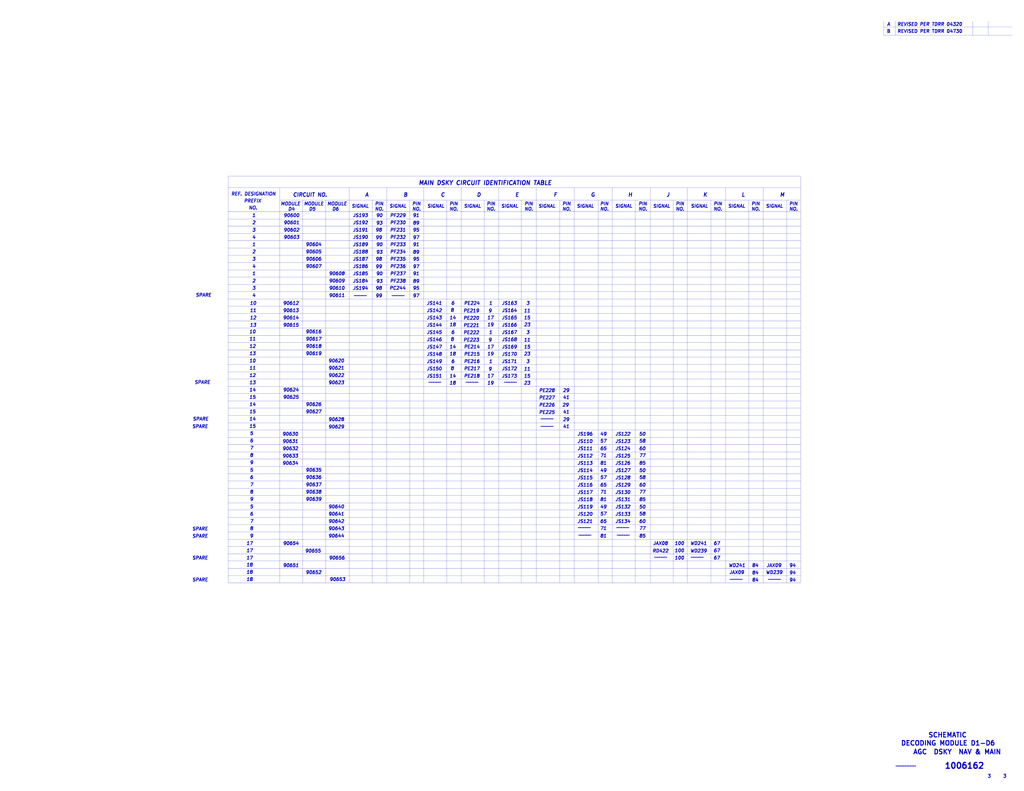
<source format=kicad_sch>
(kicad_sch (version 20211123) (generator eeschema)
  (paper "E")
  (lib_symbols)
  (polyline (pts (xy 248.92 421.9448) (xy 873.76 421.9448)) (stroke (width 0) (type solid)))
  (polyline (pts (xy 652.78 218.44) (xy 652.78 636.27)) (stroke (width 0) (type solid)))
  (polyline (pts (xy 248.92 636.6002) (xy 873.76 636.6002)) (stroke (width 0) (type solid)))
  (polyline (pts (xy 248.92 596.8492) (xy 873.76 596.8492)) (stroke (width 0) (type solid)))
  (polyline (pts (xy 964.311 38.481) (xy 1104.9 38.481)) (stroke (width 0) (type solid)))
  (polyline (pts (xy 248.92 461.6958) (xy 873.76 461.6958)) (stroke (width 0) (type solid)))
  (polyline (pts (xy 873.76 192.405) (xy 873.76 636.27)) (stroke (width 0) (type solid)))
  (polyline (pts (xy 248.92 294.7416) (xy 873.76 294.7416)) (stroke (width 0) (type solid)))
  (polyline (pts (xy 248.92 374.2436) (xy 873.76 374.2436)) (stroke (width 0) (type solid)))
  (polyline (pts (xy 1061.72 23.114) (xy 1061.72 38.481)) (stroke (width 0) (type solid)))
  (polyline (pts (xy 462.28 205.105) (xy 462.28 636.27)) (stroke (width 0) (type solid)))
  (polyline (pts (xy 248.92 437.8452) (xy 873.76 437.8452)) (stroke (width 0) (type solid)))
  (polyline (pts (xy 248.92 286.7914) (xy 873.76 286.7914)) (stroke (width 0) (type solid)))
  (polyline (pts (xy 817.245 218.44) (xy 817.245 636.27)) (stroke (width 0) (type solid)))
  (polyline (pts (xy 248.92 270.891) (xy 873.76 270.891)) (stroke (width 0) (type solid)))
  (polyline (pts (xy 487.68 218.44) (xy 487.68 636.27)) (stroke (width 0) (type solid)))
  (polyline (pts (xy 248.92 612.7496) (xy 873.76 612.7496)) (stroke (width 0) (type solid)))
  (polyline (pts (xy 248.92 429.895) (xy 873.76 429.895)) (stroke (width 0) (type solid)))
  (polyline (pts (xy 964.311 23.114) (xy 964.311 38.481)) (stroke (width 0) (type solid)))
  (polyline (pts (xy 248.92 262.9408) (xy 873.76 262.9408)) (stroke (width 0) (type solid)))
  (polyline (pts (xy 330.2 218.44) (xy 330.2 636.27)) (stroke (width 0) (type solid)))
  (polyline (pts (xy 248.92 318.5922) (xy 873.76 318.5922)) (stroke (width 0) (type solid)))
  (polyline (pts (xy 791.845 205.105) (xy 791.845 636.27)) (stroke (width 0) (type solid)))
  (polyline (pts (xy 693.42 218.44) (xy 693.42 636.27)) (stroke (width 0) (type solid)))
  (polyline (pts (xy 248.92 604.7994) (xy 873.76 604.7994)) (stroke (width 0) (type solid)))
  (polyline (pts (xy 248.92 525.2974) (xy 873.76 525.2974)) (stroke (width 0) (type solid)))
  (polyline (pts (xy 447.04 218.44) (xy 447.04 636.27)) (stroke (width 0) (type solid)))
  (polyline (pts (xy 248.92 541.1978) (xy 873.76 541.1978)) (stroke (width 0) (type solid)))
  (polyline (pts (xy 833.12 205.105) (xy 833.12 636.27)) (stroke (width 0) (type solid)))
  (polyline (pts (xy 248.92 398.0942) (xy 873.76 398.0942)) (stroke (width 0) (type solid)))
  (polyline (pts (xy 248.92 310.642) (xy 873.76 310.642)) (stroke (width 0) (type solid)))
  (polyline (pts (xy 248.92 192.405) (xy 873.76 192.405)) (stroke (width 0) (type solid)))
  (polyline (pts (xy 248.92 485.5464) (xy 873.76 485.5464)) (stroke (width 0) (type solid)))
  (polyline (pts (xy 248.92 205.105) (xy 873.76 205.105)) (stroke (width 0) (type solid)))
  (polyline (pts (xy 858.52 218.44) (xy 858.52 636.27)) (stroke (width 0) (type solid)))
  (polyline (pts (xy 248.92 628.65) (xy 873.76 628.65)) (stroke (width 0) (type solid)))
  (polyline (pts (xy 248.92 350.393) (xy 873.76 350.393)) (stroke (width 0) (type solid)))
  (polyline (pts (xy 544.195 205.105) (xy 544.195 636.27)) (stroke (width 0) (type solid)))
  (polyline (pts (xy 305.435 218.44) (xy 873.76 218.44)) (stroke (width 0) (type solid)))
  (polyline (pts (xy 568.96 218.44) (xy 568.96 636.27)) (stroke (width 0) (type solid)))
  (polyline (pts (xy 248.92 358.3432) (xy 873.76 358.3432)) (stroke (width 0) (type solid)))
  (polyline (pts (xy 709.93 205.105) (xy 709.93 636.27)) (stroke (width 0) (type solid)))
  (polyline (pts (xy 248.92 231.14) (xy 873.76 231.14)) (stroke (width 0) (type solid)))
  (polyline (pts (xy 248.92 406.0444) (xy 873.76 406.0444)) (stroke (width 0) (type solid)))
  (polyline (pts (xy 248.92 493.4966) (xy 873.76 493.4966)) (stroke (width 0) (type solid)))
  (polyline (pts (xy 248.92 477.5962) (xy 873.76 477.5962)) (stroke (width 0) (type solid)))
  (polyline (pts (xy 248.92 453.7456) (xy 873.76 453.7456)) (stroke (width 0) (type solid)))
  (polyline (pts (xy 1078.611 23.114) (xy 1078.611 38.481)) (stroke (width 0) (type solid)))
  (polyline (pts (xy 964.311 29.464) (xy 1104.9 29.464)) (stroke (width 0) (type solid)))
  (polyline (pts (xy 248.92 326.5424) (xy 873.76 326.5424)) (stroke (width 0) (type solid)))
  (polyline (pts (xy 248.92 342.4428) (xy 873.76 342.4428)) (stroke (width 0) (type solid)))
  (polyline (pts (xy 626.745 205.105) (xy 626.745 636.27)) (stroke (width 0) (type solid)))
  (polyline (pts (xy 248.92 501.4468) (xy 873.76 501.4468)) (stroke (width 0) (type solid)))
  (polyline (pts (xy 248.92 413.9946) (xy 873.76 413.9946)) (stroke (width 0) (type solid)))
  (polyline (pts (xy 977.011 23.114) (xy 977.011 38.481)) (stroke (width 0) (type solid)))
  (polyline (pts (xy 248.92 247.0404) (xy 873.76 247.0404)) (stroke (width 0) (type solid)))
  (polyline (pts (xy 248.92 517.3472) (xy 873.76 517.3472)) (stroke (width 0) (type solid)))
  (polyline (pts (xy 248.92 565.0484) (xy 873.76 565.0484)) (stroke (width 0) (type solid)))
  (polyline (pts (xy 248.92 469.646) (xy 873.76 469.646)) (stroke (width 0) (type solid)))
  (polyline (pts (xy 775.97 218.44) (xy 775.97 636.27)) (stroke (width 0) (type solid)))
  (polyline (pts (xy 305.435 205.105) (xy 305.435 636.27)) (stroke (width 0) (type solid)))
  (polyline (pts (xy 503.555 205.105) (xy 503.555 636.27)) (stroke (width 0) (type solid)))
  (polyline (pts (xy 248.92 334.4926) (xy 873.76 334.4926)) (stroke (width 0) (type solid)))
  (polyline (pts (xy 355.6 218.44) (xy 355.6 636.27)) (stroke (width 0) (type solid)))
  (polyline (pts (xy 585.47 205.105) (xy 585.47 636.27)) (stroke (width 0) (type solid)))
  (polyline (pts (xy 528.32 218.44) (xy 528.32 636.27)) (stroke (width 0) (type solid)))
  (polyline (pts (xy 248.92 557.0982) (xy 873.76 557.0982)) (stroke (width 0) (type solid)))
  (polyline (pts (xy 248.92 192.405) (xy 248.92 636.27)) (stroke (width 0) (type solid)))
  (polyline (pts (xy 248.92 588.899) (xy 873.76 588.899)) (stroke (width 0) (type solid)))
  (polyline (pts (xy 406.4 218.44) (xy 406.4 636.27)) (stroke (width 0) (type solid)))
  (polyline (pts (xy 248.92 382.1938) (xy 873.76 382.1938)) (stroke (width 0) (type solid)))
  (polyline (pts (xy 749.935 205.105) (xy 749.935 636.27)) (stroke (width 0) (type solid)))
  (polyline (pts (xy 248.92 390.144) (xy 873.76 390.144)) (stroke (width 0) (type solid)))
  (polyline (pts (xy 248.92 254.9906) (xy 873.76 254.9906)) (stroke (width 0) (type solid)))
  (polyline (pts (xy 248.92 302.6918) (xy 873.76 302.6918)) (stroke (width 0) (type solid)))
  (polyline (pts (xy 668.02 205.105) (xy 668.02 636.27)) (stroke (width 0) (type solid)))
  (polyline (pts (xy 734.695 218.44) (xy 734.695 636.27)) (stroke (width 0) (type solid)))
  (polyline (pts (xy 248.92 278.8412) (xy 873.76 278.8412)) (stroke (width 0) (type solid)))
  (polyline (pts (xy 248.92 239.0902) (xy 873.76 239.0902)) (stroke (width 0) (type solid)))
  (polyline (pts (xy 248.92 549.148) (xy 873.76 549.148)) (stroke (width 0) (type solid)))
  (polyline (pts (xy 381 205.105) (xy 381 636.27)) (stroke (width 0) (type solid)))
  (polyline (pts (xy 248.92 572.9986) (xy 873.76 572.9986)) (stroke (width 0) (type solid)))
  (polyline (pts (xy 422.275 205.105) (xy 422.275 636.27)) (stroke (width 0) (type solid)))
  (polyline (pts (xy 610.87 218.44) (xy 610.87 636.27)) (stroke (width 0) (type solid)))
  (polyline (pts (xy 248.92 509.397) (xy 873.76 509.397)) (stroke (width 0) (type solid)))
  (polyline (pts (xy 248.92 580.9488) (xy 873.76 580.9488)) (stroke (width 0) (type solid)))
  (polyline (pts (xy 248.92 533.2476) (xy 873.76 533.2476)) (stroke (width 0) (type solid)))
  (polyline (pts (xy 248.92 445.7954) (xy 873.76 445.7954)) (stroke (width 0) (type solid)))
  (polyline (pts (xy 248.92 366.2934) (xy 873.76 366.2934)) (stroke (width 0) (type solid)))
  (polyline (pts (xy 248.92 620.6998) (xy 873.76 620.6998)) (stroke (width 0) (type solid)))
  (text "PE227" (at 588.01 436.5752 0) (effects (font (size 3.556 3.556) (thickness 0.7112) bold italic) (justify left bottom)))
  (text "F" (at 603.885 215.265 0) (effects (font (size 4.064 4.064) (thickness 0.8128) bold italic) (justify left bottom)))
  (text "MAIN DSKY CIRCUIT IDENTIFICATION TABLE" (at 456.565 202.565 0) (effects (font (size 4.572 4.572) (thickness 0.9144) bold italic) (justify left bottom)))
  (text "17" (at 268.605 611.5304 0) (effects (font (size 3.556 3.556) (thickness 0.7112) bold italic) (justify left bottom)))
  (text "_____" (at 427.355 323.215 0) (effects (font (size 3.556 3.556) (thickness 0.7112) bold italic) (justify left bottom)))
  (text "10" (at 271.78 364.49 0) (effects (font (size 3.556 3.556) (thickness 0.7112) bold italic) (justify left bottom)))
  (text "9" (at 532.765 341.63 0) (effects (font (size 3.556 3.556) (thickness 0.7112) bold italic) (justify left bottom)))
  (text "90651" (at 308.61 619.76 0) (effects (font (size 3.556 3.556) (thickness 0.7112) bold italic) (justify left bottom)))
  (text "99" (at 409.575 293.4208 0) (effects (font (size 3.556 3.556) (thickness 0.7112) bold italic) (justify left bottom)))
  (text "RD422" (at 711.835 603.885 0) (effects (font (size 3.556 3.556) (thickness 0.7112) bold italic) (justify left bottom)))
  (text "6" (at 272.415 483.5652 0) (effects (font (size 3.556 3.556) (thickness 0.7112) bold italic) (justify left bottom)))
  (text "5" (at 272.415 475.615 0) (effects (font (size 3.556 3.556) (thickness 0.7112) bold italic) (justify left bottom)))
  (text "90601" (at 309.245 245.4402 0) (effects (font (size 3.556 3.556) (thickness 0.7112) bold italic) (justify left bottom)))
  (text "JS172" (at 547.37 404.9268 0) (effects (font (size 3.556 3.556) (thickness 0.7112) bold italic) (justify left bottom)))
  (text "18" (at 268.605 635.0254 0) (effects (font (size 3.556 3.556) (thickness 0.7112) bold italic) (justify left bottom)))
  (text "JS110" (at 629.92 484.2002 0) (effects (font (size 3.556 3.556) (thickness 0.7112) bold italic) (justify left bottom)))
  (text "JS113" (at 629.92 508.0508 0) (effects (font (size 3.556 3.556) (thickness 0.7112) bold italic) (justify left bottom)))
  (text "A" (at 398.145 215.265 0) (effects (font (size 4.064 4.064) (thickness 0.8128) bold italic) (justify left bottom)))
  (text "65" (at 654.685 571.627 0) (effects (font (size 3.556 3.556) (thickness 0.7112) bold italic) (justify left bottom)))
  (text "_____" (at 589.915 457.835 0) (effects (font (size 3.556 3.556) (thickness 0.7112) bold italic) (justify left bottom)))
  (text "JS121" (at 629.92 571.6524 0) (effects (font (size 3.556 3.556) (thickness 0.7112) bold italic) (justify left bottom)))
  (text "MODULE\n  D6" (at 356.87 230.505 0) (effects (font (size 3.556 3.556) (thickness 0.7112) bold italic) (justify left bottom)))
  (text "SPARE" (at 212.09 419.735 0) (effects (font (size 3.556 3.556) (thickness 0.7112) bold italic) (justify left bottom)))
  (text "41" (at 614.045 452.1454 0) (effects (font (size 3.556 3.556) (thickness 0.7112) bold italic) (justify left bottom)))
  (text "94" (at 861.06 627.7102 0) (effects (font (size 3.556 3.556) (thickness 0.7112) bold italic) (justify left bottom)))
  (text "JS167" (at 547.37 365.1758 0) (effects (font (size 3.556 3.556) (thickness 0.7112) bold italic) (justify left bottom)))
  (text "SIGNAL" (at 587.375 227.33 0) (effects (font (size 3.556 3.556) (thickness 0.7112) bold italic) (justify left bottom)))
  (text "90636" (at 333.375 523.5702 0) (effects (font (size 3.556 3.556) (thickness 0.7112) bold italic) (justify left bottom)))
  (text "81" (at 654.685 547.751 0) (effects (font (size 3.556 3.556) (thickness 0.7112) bold italic) (justify left bottom)))
  (text "3" (at 574.04 396.9766 0) (effects (font (size 3.556 3.556) (thickness 0.7112) bold italic) (justify left bottom)))
  (text "JS111" (at 629.92 492.1504 0) (effects (font (size 3.556 3.556) (thickness 0.7112) bold italic) (justify left bottom)))
  (text "JS124" (at 671.195 492.1504 0) (effects (font (size 3.556 3.556) (thickness 0.7112) bold italic) (justify left bottom)))
  (text "JS114" (at 629.92 516.001 0) (effects (font (size 3.556 3.556) (thickness 0.7112) bold italic) (justify left bottom)))
  (text "JS129" (at 671.195 531.9014 0) (effects (font (size 3.556 3.556) (thickness 0.7112) bold italic) (justify left bottom)))
  (text "JS123" (at 671.195 484.2002 0) (effects (font (size 3.556 3.556) (thickness 0.7112) bold italic) (justify left bottom)))
  (text "91" (at 450.215 269.2908 0) (effects (font (size 3.556 3.556) (thickness 0.7112) bold italic) (justify left bottom)))
  (text "19" (at 531.495 420.4716 0) (effects (font (size 3.556 3.556) (thickness 0.7112) bold italic) (justify left bottom)))
  (text "SIGNAL" (at 383.54 227.33 0) (effects (font (size 3.556 3.556) (thickness 0.7112) bold italic) (justify left bottom)))
  (text "JS191" (at 384.81 253.3904 0) (effects (font (size 3.556 3.556) (thickness 0.7112) bold italic) (justify left bottom)))
  (text "H" (at 685.165 215.265 0) (effects (font (size 4.064 4.064) (thickness 0.8128) bold italic) (justify left bottom)))
  (text "JS132" (at 671.195 555.752 0) (effects (font (size 3.556 3.556) (thickness 0.7112) bold italic) (justify left bottom)))
  (text "65" (at 654.685 531.876 0) (effects (font (size 3.556 3.556) (thickness 0.7112) bold italic) (justify left bottom)))
  (text "5" (at 272.415 555.625 0) (effects (font (size 3.556 3.556) (thickness 0.7112) bold italic) (justify left bottom)))
  (text "95" (at 450.215 316.9666 0) (effects (font (size 3.556 3.556) (thickness 0.7112) bold italic) (justify left bottom)))
  (text "90625" (at 308.61 435.9402 0) (effects (font (size 3.556 3.556) (thickness 0.7112) bold italic) (justify left bottom)))
  (text "1" (at 533.4 365.1758 0) (effects (font (size 3.556 3.556) (thickness 0.7112) bold italic) (justify left bottom)))
  (text "84" (at 820.42 635.6604 0) (effects (font (size 3.556 3.556) (thickness 0.7112) bold italic) (justify left bottom)))
  (text "93" (at 410.21 309.3466 0) (effects (font (size 3.556 3.556) (thickness 0.7112) bold italic) (justify left bottom)))
  (text "SIGNAL" (at 629.285 227.33 0) (effects (font (size 3.556 3.556) (thickness 0.7112) bold italic) (justify left bottom)))
  (text "29" (at 613.41 444.5 0) (effects (font (size 3.556 3.556) (thickness 0.7112) bold italic) (justify left bottom)))
  (text "JS185" (at 384.81 301.0916 0) (effects (font (size 3.556 3.556) (thickness 0.7112) bold italic) (justify left bottom)))
  (text "6" (at 272.415 563.5752 0) (effects (font (size 3.556 3.556) (thickness 0.7112) bold italic) (justify left bottom)))
  (text "97" (at 450.215 261.62 0) (effects (font (size 3.556 3.556) (thickness 0.7112) bold italic) (justify left bottom)))
  (text "15" (at 571.5 381.0508 0) (effects (font (size 3.556 3.556) (thickness 0.7112) bold italic) (justify left bottom)))
  (text "WD239" (at 753.11 603.885 0) (effects (font (size 3.556 3.556) (thickness 0.7112) bold italic) (justify left bottom)))
  (text "J" (at 727.075 215.265 0) (effects (font (size 4.064 4.064) (thickness 0.8128) bold italic) (justify left bottom)))
  (text "10" (at 272.415 333.375 0) (effects (font (size 3.556 3.556) (thickness 0.7112) bold italic) (justify left bottom)))
  (text "2" (at 274.955 277.1902 0) (effects (font (size 3.556 3.556) (thickness 0.7112) bold italic) (justify left bottom)))
  (text "_____" (at 589.915 466.09 0) (effects (font (size 3.556 3.556) (thickness 0.7112) bold italic) (justify left bottom)))
  (text "JS171" (at 547.37 396.9766 0) (effects (font (size 3.556 3.556) (thickness 0.7112) bold italic) (justify left bottom)))
  (text "90632" (at 307.975 492.1504 0) (effects (font (size 3.556 3.556) (thickness 0.7112) bold italic) (justify left bottom)))
  (text "PIN\nNO." (at 449.58 230.505 0) (effects (font (size 3.556 3.556) (thickness 0.7112) bold italic) (justify left bottom)))
  (text "9" (at 532.765 405.2316 0) (effects (font (size 3.556 3.556) (thickness 0.7112) bold italic) (justify left bottom)))
  (text "90654" (at 308.61 595.63 0) (effects (font (size 3.556 3.556) (thickness 0.7112) bold italic) (justify left bottom)))
  (text "17" (at 531.495 412.8516 0) (effects (font (size 3.556 3.556) (thickness 0.7112) bold italic) (justify left bottom)))
  (text "SPARE" (at 209.55 467.995 0) (effects (font (size 3.556 3.556) (thickness 0.7112) bold italic) (justify left bottom)))
  (text "6" (at 492.125 333.375 0) (effects (font (size 3.556 3.556) (thickness 0.7112) bold italic) (justify left bottom)))
  (text "JS144" (at 465.455 357.2256 0) (effects (font (size 3.556 3.556) (thickness 0.7112) bold italic) (justify left bottom)))
  (text "90624" (at 308.61 427.99 0) (effects (font (size 3.556 3.556) (thickness 0.7112) bold italic) (justify left bottom)))
  (text "WD239" (at 835.66 627.38 0) (effects (font (size 3.556 3.556) (thickness 0.7112) bold italic) (justify left bottom)))
  (text "JS141" (at 465.455 333.375 0) (effects (font (size 3.556 3.556) (thickness 0.7112) bold italic) (justify left bottom)))
  (text "PE218" (at 506.095 412.8008 0) (effects (font (size 3.556 3.556) (thickness 0.7112) bold italic) (justify left bottom)))
  (text "77" (at 697.23 539.496 0) (effects (font (size 3.556 3.556) (thickness 0.7112) bold italic) (justify left bottom)))
  (text "97" (at 450.215 293.4208 0) (effects (font (size 3.556 3.556) (thickness 0.7112) bold italic) (justify left bottom)))
  (text "89" (at 450.215 309.3466 0) (effects (font (size 3.556 3.556) (thickness 0.7112) bold italic) (justify left bottom)))
  (text "SPARE" (at 209.55 635.4064 0) (effects (font (size 3.556 3.556) (thickness 0.7112) bold italic) (justify left bottom)))
  (text "SIGNAL" (at 753.745 227.33 0) (effects (font (size 3.556 3.556) (thickness 0.7112) bold italic) (justify left bottom)))
  (text "PF237" (at 425.45 301.0916 0) (effects (font (size 3.556 3.556) (thickness 0.7112) bold italic) (justify left bottom)))
  (text "PF230" (at 425.45 245.4402 0) (effects (font (size 3.556 3.556) (thickness 0.7112) bold italic) (justify left bottom)))
  (text "1" (at 533.4 396.9766 0) (effects (font (size 3.556 3.556) (thickness 0.7112) bold italic) (justify left bottom)))
  (text "_____" (at 673.1 584.835 0) (effects (font (size 3.556 3.556) (thickness 0.7112) bold italic) (justify left bottom)))
  (text "14" (at 271.78 443.865 0) (effects (font (size 3.556 3.556) (thickness 0.7112) bold italic) (justify left bottom)))
  (text "84" (at 820.42 627.7102 0) (effects (font (size 3.556 3.556) (thickness 0.7112) bold italic) (justify left bottom)))
  (text "84" (at 820.42 619.76 0) (effects (font (size 3.556 3.556) (thickness 0.7112) bold italic) (justify left bottom)))
  (text "11" (at 272.415 341.3252 0) (effects (font (size 3.556 3.556) (thickness 0.7112) bold italic) (justify left bottom)))
  (text "_____" (at 630.555 576.58 0) (effects (font (size 3.556 3.556) (thickness 0.7112) bold italic) (justify left bottom)))
  (text "90640" (at 358.14 555.625 0) (effects (font (size 3.556 3.556) (thickness 0.7112) bold italic) (justify left bottom)))
  (text "57" (at 654.685 563.372 0) (effects (font (size 3.556 3.556) (thickness 0.7112) bold italic) (justify left bottom)))
  (text "JS149" (at 465.455 396.9766 0) (effects (font (size 3.556 3.556) (thickness 0.7112) bold italic) (justify left bottom)))
  (text "MODULE\n   D4" (at 306.07 230.505 0) (effects (font (size 3.556 3.556) (thickness 0.7112) bold italic) (justify left bottom)))
  (text "89" (at 450.215 245.745 0) (effects (font (size 3.556 3.556) (thickness 0.7112) bold italic) (justify left bottom)))
  (text "JS117" (at 629.92 539.8516 0) (effects (font (size 3.556 3.556) (thickness 0.7112) bold italic) (justify left bottom)))
  (text "11" (at 571.5 405.2316 0) (effects (font (size 3.556 3.556) (thickness 0.7112) bold italic) (justify left bottom)))
  (text "57" (at 654.685 523.621 0) (effects (font (size 3.556 3.556) (thickness 0.7112) bold italic) (justify left bottom)))
  (text "PIN\nNO." (at 572.135 230.505 0) (effects (font (size 3.556 3.556) (thickness 0.7112) bold italic) (justify left bottom)))
  (text "9" (at 272.415 547.4208 0) (effects (font (size 3.556 3.556) (thickness 0.7112) bold italic) (justify left bottom)))
  (text "JS142" (at 465.455 341.3252 0) (effects (font (size 3.556 3.556) (thickness 0.7112) bold italic) (justify left bottom)))
  (text "PE224" (at 506.095 333.375 0) (effects (font (size 3.556 3.556) (thickness 0.7112) bold italic) (justify left bottom)))
  (text "90613" (at 308.61 341.3252 0) (effects (font (size 3.556 3.556) (thickness 0.7112) bold italic) (justify left bottom)))
  (text "90634" (at 307.975 508.0508 0) (effects (font (size 3.556 3.556) (thickness 0.7112) bold italic) (justify left bottom)))
  (text "JS164" (at 547.37 341.3252 0) (effects (font (size 3.556 3.556) (thickness 0.7112) bold italic) (justify left bottom)))
  (text "94" (at 861.06 635.6604 0) (effects (font (size 3.556 3.556) (thickness 0.7112) bold italic) (justify left bottom)))
  (text "_____" (at 713.74 608.965 0) (effects (font (size 3.556 3.556) (thickness 0.7112) bold italic) (justify left bottom)))
  (text "JS112" (at 629.92 500.1006 0) (effects (font (size 3.556 3.556) (thickness 0.7112) bold italic) (justify left bottom)))
  (text "PE215" (at 506.095 388.9502 0) (effects (font (size 3.556 3.556) (thickness 0.7112) bold italic) (justify left bottom)))
  (text "PF234" (at 425.45 277.241 0) (effects (font (size 3.556 3.556) (thickness 0.7112) bold italic) (justify left bottom)))
  (text "90612" (at 308.61 333.375 0) (effects (font (size 3.556 3.556) (thickness 0.7112) bold italic) (justify left bottom)))
  (text "JAX09" (at 836.295 619.76 0) (effects (font (size 3.556 3.556) (thickness 0.7112) bold italic) (justify left bottom)))
  (text "PF235" (at 425.45 285.1912 0) (effects (font (size 3.556 3.556) (thickness 0.7112) bold italic) (justify left bottom)))
  (text "95" (at 450.215 285.1658 0) (effects (font (size 3.556 3.556) (thickness 0.7112) bold italic) (justify left bottom)))
  (text "JAX09" (at 795.655 627.38 0) (effects (font (size 3.556 3.556) (thickness 0.7112) bold italic) (justify left bottom)))
  (text "90655" (at 332.74 603.885 0) (effects (font (size 3.556 3.556) (thickness 0.7112) bold italic) (justify left bottom)))
  (text "JS150" (at 465.455 404.9268 0) (effects (font (size 3.556 3.556) (thickness 0.7112) bold italic) (justify left bottom)))
  (text "_____" (at 796.29 633.095 0) (effects (font (size 3.556 3.556) (thickness 0.7112) bold italic) (justify left bottom)))
  (text "JS165" (at 547.37 349.2754 0) (effects (font (size 3.556 3.556) (thickness 0.7112) bold italic) (justify left bottom)))
  (text "90630" (at 307.975 476.25 0) (effects (font (size 3.556 3.556) (thickness 0.7112) bold italic) (justify left bottom)))
  (text "15" (at 271.78 435.991 0) (effects (font (size 3.556 3.556) (thickness 0.7112) bold italic) (justify left bottom)))
  (text "JS118" (at 629.92 547.8018 0) (effects (font (size 3.556 3.556) (thickness 0.7112) bold italic) (justify left bottom)))
  (text "_____" (at 631.19 584.835 0) (effects (font (size 3.556 3.556) (thickness 0.7112) bold italic) (justify left bottom)))
  (text "90614" (at 308.61 349.2754 0) (effects (font (size 3.556 3.556) (thickness 0.7112) bold italic) (justify left bottom)))
  (text "PIN\nNO." (at 696.595 230.505 0) (effects (font (size 3.556 3.556) (thickness 0.7112) bold italic) (justify left bottom)))
  (text "JS168" (at 547.37 373.126 0) (effects (font (size 3.556 3.556) (thickness 0.7112) bold italic) (justify left bottom)))
  (text "JS130" (at 671.195 539.8516 0) (effects (font (size 3.556 3.556) (thickness 0.7112) bold italic) (justify left bottom)))
  (text "90615" (at 308.61 357.2256 0) (effects (font (size 3.556 3.556) (thickness 0.7112) bold italic) (justify left bottom)))
  (text "JS166" (at 547.37 357.2256 0) (effects (font (size 3.556 3.556) (thickness 0.7112) bold italic) (justify left bottom)))
  (text "10" (at 271.78 396.24 0) (effects (font (size 3.556 3.556) (thickness 0.7112) bold italic) (justify left bottom)))
  (text "JS148" (at 465.455 389.0264 0) (effects (font (size 3.556 3.556) (thickness 0.7112) bold italic) (justify left bottom)))
  (text "1006162" (at 1030.605 840.105 0) (effects (font (size 6.35 6.35) (thickness 1.27) bold) (justify left bottom)))
  (text "8" (at 491.49 372.7958 0) (effects (font (size 3.556 3.556) (thickness 0.7112) bold italic) (justify left bottom)))
  (text "JS188" (at 384.81 277.241 0) (effects (font (size 3.556 3.556) (thickness 0.7112) bold italic) (justify left bottom)))
  (text "JS173" (at 547.37 412.877 0) (effects (font (size 3.556 3.556) (thickness 0.7112) bold italic) (justify left bottom)))
  (text "SIGNAL" (at 506.095 227.33 0) (effects (font (size 3.556 3.556) (thickness 0.7112) bold italic) (justify left bottom)))
  (text "SIGNAL" (at 835.66 227.33 0) (effects (font (size 3.556 3.556) (thickness 0.7112) bold italic) (justify left bottom)))
  (text "4" (at 274.955 261.3406 0) (effects (font (size 3.556 3.556) (thickness 0.7112) bold italic) (justify left bottom)))
  (text "98" (at 409.575 316.9666 0) (effects (font (size 3.556 3.556) (thickness 0.7112) bold italic) (justify left bottom)))
  (text "PIN\nNO." (at 861.06 230.505 0) (effects (font (size 3.556 3.556) (thickness 0.7112) bold italic) (justify left bottom)))
  (text "15" (at 271.78 467.6902 0) (effects (font (size 3.556 3.556) (thickness 0.7112) bold italic) (justify left bottom)))
  (text "57" (at 654.685 483.87 0) (effects (font (size 3.556 3.556) (thickness 0.7112) bold italic) (justify left bottom)))
  (text "100" (at 735.965 603.5802 0) (effects (font (size 3.556 3.556) (thickness 0.7112) bold italic) (justify left bottom)))
  (text "JS187" (at 384.81 285.1912 0) (effects (font (size 3.556 3.556) (thickness 0.7112) bold italic) (justify left bottom)))
  (text "JS169" (at 547.37 381.0762 0) (effects (font (size 3.556 3.556) (thickness 0.7112) bold italic) (justify left bottom)))
  (text "90652" (at 333.375 627.38 0) (effects (font (size 3.556 3.556) (thickness 0.7112) bold italic) (justify left bottom)))
  (text "JS134" (at 671.195 571.6524 0) (effects (font (size 3.556 3.556) (thickness 0.7112) bold italic) (justify left bottom)))
  (text "K" (at 767.08 215.265 0) (effects (font (size 4.064 4.064) (thickness 0.8128) bold italic) (justify left bottom)))
  (text "90631" (at 307.975 484.2002 0) (effects (font (size 3.556 3.556) (thickness 0.7112) bold italic) (justify left bottom)))
  (text "4" (at 274.955 293.0906 0) (effects (font (size 3.556 3.556) (thickness 0.7112) bold italic) (justify left bottom)))
  (text "REF. DESIGNATION" (at 252.095 213.995 0) (effects (font (size 3.556 3.556) (thickness 0.7112) bold italic) (justify left bottom)))
  (text "PE221" (at 505.46 357.5304 0) (effects (font (size 3.556 3.556) (thickness 0.7112) bold italic) (justify left bottom)))
  (text "93" (at 410.21 245.745 0) (effects (font (size 3.556 3.556) (thickness 0.7112) bold italic) (justify left bottom)))
  (text "PE225" (at 588.01 452.4756 0) (effects (font (size 3.556 3.556) (thickness 0.7112) bold italic) (justify left bottom)))
  (text "_____" (at 386.08 323.215 0) (effects (font (size 3.556 3.556) (thickness 0.7112) bold italic) (justify left bottom)))
  (text "JS184" (at 384.81 309.0418 0) (effects (font (size 3.556 3.556) (thickness 0.7112) bold italic) (justify left bottom)))
  (text "90603" (at 309.245 261.3406 0) (effects (font (size 3.556 3.556) (thickness 0.7112) bold italic) (justify left bottom)))
  (text "89" (at 450.215 277.5458 0) (effects (font (size 3.556 3.556) (thickness 0.7112) bold italic) (justify left bottom)))
  (text "23" (at 571.5 420.4716 0) (effects (font (size 3.556 3.556) (thickness 0.7112) bold italic) (justify left bottom)))
  (text "8" (at 272.415 579.4756 0) (effects (font (size 3.556 3.556) (thickness 0.7112) bold italic) (justify left bottom)))
  (text "B   REVISED PER TDRR 04730" (at 967.613 36.322 0) (effects (font (size 3.556 3.556) (thickness 0.7112) bold) (justify left bottom)))
  (text "11" (at 571.5 373.4308 0) (effects (font (size 3.556 3.556) (thickness 0.7112) bold italic) (justify left bottom)))
  (text "81" (at 654.685 587.502 0) (effects (font (size 3.556 3.556) (thickness 0.7112) bold italic) (justify left bottom)))
  (text "SPARE" (at 209.55 611.5558 0) (effects (font (size 3.556 3.556) (thickness 0.7112) bold italic) (justify left bottom)))
  (text "JS125" (at 671.195 500.1006 0) (effects (font (size 3.556 3.556) (thickness 0.7112) bold italic) (justify left bottom)))
  (text "99" (at 409.575 325.2216 0) (effects (font (size 3.556 3.556) (thickness 0.7112) bold italic) (justify left bottom)))
  (text "90605" (at 333.375 277.1902 0) (effects (font (size 3.556 3.556) (thickness 0.7112) bold italic) (justify left bottom)))
  (text "90619" (at 333.375 388.3406 0) (effects (font (size 3.556 3.556) (thickness 0.7112) bold italic) (justify left bottom)))
  (text "71" (at 654.685 579.247 0) (effects (font (size 3.556 3.556) (thickness 0.7112) bold italic) (justify left bottom)))
  (text "PIN\nNO." (at 737.235 230.505 0) (effects (font (size 3.556 3.556) (thickness 0.7112) bold italic) (justify left bottom)))
  (text "41" (at 614.045 436.245 0) (effects (font (size 3.556 3.556) (thickness 0.7112) bold italic) (justify left bottom)))
  (text "60" (at 697.23 492.125 0) (effects (font (size 3.556 3.556) (thickness 0.7112) bold italic) (justify left bottom)))
  (text "PF236" (at 425.45 293.1414 0) (effects (font (size 3.556 3.556) (thickness 0.7112) bold italic) (justify left bottom)))
  (text "90623" (at 358.14 420.0906 0) (effects (font (size 3.556 3.556) (thickness 0.7112) bold italic) (justify left bottom)))
  (text "3" (at 274.955 316.8904 0) (effects (font (size 3.556 3.556) (thickness 0.7112) bold italic) (justify left bottom)))
  (text "90642" (at 358.14 571.5254 0) (effects (font (size 3.556 3.556) (thickness 0.7112) bold italic) (justify left bottom)))
  (text "50" (at 697.23 476.25 0) (effects (font (size 3.556 3.556) (thickness 0.7112) bold italic) (justify left bottom)))
  (text "90607" (at 333.375 293.0906 0) (effects (font (size 3.556 3.556) (thickness 0.7112) bold italic) (justify left bottom)))
  (text "JS147" (at 465.455 381.0762 0) (effects (font (size 3.556 3.556) (thickness 0.7112) bold italic) (justify left bottom)))
  (text "6" (at 272.415 523.5702 0) (effects (font (size 3.556 3.556) (thickness 0.7112) bold italic) (justify left bottom)))
  (text "11" (at 271.78 372.4402 0) (effects (font (size 3.556 3.556) (thickness 0.7112) bold italic) (justify left bottom)))
  (text "71" (at 654.685 539.496 0) (effects (font (size 3.556 3.556) (thickness 0.7112) bold italic) (justify left bottom)))
  (text "18" (at 490.22 420.4716 0) (effects (font (size 3.556 3.556) (thickness 0.7112) bold italic) (justify left bottom)))
  (text "29" (at 614.045 460.4258 0) (effects (font (size 3.556 3.556) (thickness 0.7112) bold italic) (justify left bottom)))
  (text "67" (at 778.51 603.5802 0) (effects (font (size 3.556 3.556) (thickness 0.7112) bold italic) (justify left bottom)))
  (text "M" (at 850.9 215.265 0) (effects (font (size 4.064 4.064) (thickness 0.8128) bold italic) (justify left bottom)))
  (text "PIN\nNO." (at 408.94 230.505 0) (effects (font (size 3.556 3.556) (thickness 0.7112) bold italic) (justify left bottom)))
  (text "58" (at 697.23 563.372 0) (effects (font (size 3.556 3.556) (thickness 0.7112) bold italic) (justify left bottom)))
  (text "41" (at 614.045 468.0458 0) (effects (font (size 3.556 3.556) (thickness 0.7112) bold italic) (justify left bottom)))
  (text "SPARE" (at 209.55 579.755 0) (effects (font (size 3.556 3.556) (thickness 0.7112) bold italic) (justify left bottom)))
  (text "71" (at 654.685 499.745 0) (effects (font (size 3.556 3.556) (thickness 0.7112) bold italic) (justify left bottom)))
  (text "15" (at 571.5 349.25 0) (effects (font (size 3.556 3.556) (thickness 0.7112) bold italic) (justify left bottom)))
  (text "JAX08" (at 712.47 595.63 0) (effects (font (size 3.556 3.556) (thickness 0.7112) bold italic) (justify left bottom)))
  (text "90643" (at 358.14 579.4756 0) (effects (font (size 3.556 3.556) (thickness 0.7112) bold italic) (justify left bottom)))
  (text "JS186" (at 384.81 293.1414 0) (effects (font (size 3.556 3.556) (thickness 0.7112) bold italic) (justify left bottom)))
  (text "9" (at 272.415 587.4258 0) (effects (font (size 3.556 3.556) (thickness 0.7112) bold italic) (justify left bottom)))
  (text "100" (at 735.965 595.63 0) (effects (font (size 3.556 3.556) (thickness 0.7112) bold italic) (justify left bottom)))
  (text "98" (at 409.575 253.365 0) (effects (font (size 3.556 3.556) (thickness 0.7112) bold italic) (justify left bottom)))
  (text "90621" (at 358.14 404.1902 0) (effects (font (size 3.556 3.556) (thickness 0.7112) bold italic) (justify left bottom)))
  (text "50" (at 697.23 516.001 0) (effects (font (size 3.556 3.556) (thickness 0.7112) bold italic) (justify left bottom)))
  (text "JS163" (at 547.37 333.375 0) (effects (font (size 3.556 3.556) (thickness 0.7112) bold italic) (justify left bottom)))
  (text "MODULE\n  D5" (at 331.47 230.505 0) (effects (font (size 3.556 3.556) (thickness 0.7112) bold italic) (justify left bottom)))
  (text "D" (at 520.065 215.265 0) (effects (font (size 4.064 4.064) (thickness 0.8128) bold italic) (justify left bottom)))
  (text "18" (at 268.605 619.125 0) (effects (font (size 3.556 3.556) (thickness 0.7112) bold italic) (justify left bottom)))
  (text "95" (at 450.215 253.365 0) (effects (font (size 3.556 3.556) (thickness 0.7112) bold italic) (justify left bottom)))
  (text "12" (at 271.78 412.1404 0) (effects (font (size 3.556 3.556) (thickness 0.7112) bold italic) (justify left bottom)))
  (text "14" (at 490.22 349.25 0) (effects (font (size 3.556 3.556) (thickness 0.7112) bold italic) (justify left bottom)))
  (text "19" (at 531.495 388.6708 0) (effects (font (size 3.556 3.556) (thickness 0.7112) bold italic) (justify left bottom)))
  (text "JS196" (at 629.92 476.25 0) (effects (font (size 3.556 3.556) (thickness 0.7112) bold italic) (justify left bottom)))
  (text "90629" (at 358.14 468.3252 0) (effects (font (size 3.556 3.556) (thickness 0.7112) bold italic) (justify left bottom)))
  (text "18" (at 490.22 356.87 0) (effects (font (size 3.556 3.556) (thickness 0.7112) bold italic) (justify left bottom)))
  (text "49" (at 654.685 516.001 0) (effects (font (size 3.556 3.556) (thickness 0.7112) bold italic) (justify left bottom)))
  (text "91" (at 450.215 301.0916 0) (effects (font (size 3.556 3.556) (thickness 0.7112) bold italic) (justify left bottom)))
  (text "93" (at 410.21 277.5458 0) (effects (font (size 3.556 3.556) (thickness 0.7112) bold italic) (justify left bottom)))
  (text "B" (at 440.055 215.265 0) (effects (font (size 4.064 4.064) (thickness 0.8128) bold italic) (justify left bottom)))
  (text "90611" (at 358.775 324.8406 0) (effects (font (size 3.556 3.556) (thickness 0.7112) bold italic) (justify left bottom)))
  (text "1" (at 274.955 300.99 0) (effects (font (size 3.556 3.556) (thickness 0.7112) bold italic) (justify left bottom)))
  (text "SCHEMATIC" (at 1012.825 805.815 0) (effects (font (size 5.08 5.08) (thickness 1.016) bold) (justify left bottom)))
  (text "90627" (at 333.375 451.8152 0) (effects (font (size 3.556 3.556) (thickness 0.7112) bold italic) (justify left bottom)))
  (text "WD241" (at 795.02 619.76 0) (effects (font (size 3.556 3.556) (thickness 0.7112) bold italic) (justify left bottom)))
  (text "18" (at 268.605 627.0752 0) (effects (font (size 3.556 3.556) (thickness 0.7112) bold italic) (justify left bottom)))
  (text "7" (at 272.415 491.5154 0) (effects (font (size 3.556 3.556) (thickness 0.7112) bold italic) (justify left bottom)))
  (text "JS170" (at 547.37 389.0264 0) (effects (font (size 3.556 3.556) (thickness 0.7112) bold italic) (justify left bottom)))
  (text "9" (at 532.765 373.4308 0) (effects (font (size 3.556 3.556) (thickness 0.7112) bold italic) (justify left bottom)))
  (text "90633" (at 307.975 500.1006 0) (effects (font (size 3.556 3.556) (thickness 0.7112) bold italic) (justify left bottom)))
  (text "JS131" (at 671.195 547.8018 0) (effects (font (size 3.556 3.556) (thickness 0.7112) bold italic) (justify left bottom)))
  (text "90656" (at 358.775 611.505 0) (effects (font (size 3.556 3.556) (thickness 0.7112) bold italic) (justify left bottom)))
  (text "PE228" (at 588.01 428.625 0) (effects (font (size 3.556 3.556) (thickness 0.7112) bold italic) (justify left bottom)))
  (text "90608" (at 358.775 300.99 0) (effects (font (size 3.556 3.556) (thickness 0.7112) bold italic) (justify left bottom)))
  (text "90637" (at 333.375 531.5204 0) (effects (font (size 3.556 3.556) (thickness 0.7112) bold italic) (justify left bottom)))
  (text "90622" (at 358.14 412.1404 0) (effects (font (size 3.556 3.556) (thickness 0.7112) bold italic) (justify left bottom)))
  (text "12" (at 271.78 380.3904 0) (effects (font (size 3.556 3.556) (thickness 0.7112) bold italic) (justify left bottom)))
  (text "90604" (at 333.375 269.24 0) (effects (font (size 3.556 3.556) (thickness 0.7112) bold italic) (justify left bottom)))
  (text "2" (at 274.955 308.9402 0) (effects (font (size 3.556 3.556) (thickness 0.7112) bold italic) (justify left bottom)))
  (text "17" (at 531.495 349.25 0) (effects (font (size 3.556 3.556) (thickness 0.7112) bold italic) (justify left bottom)))
  (text "JS151" (at 465.455 412.877 0) (effects (font (size 3.556 3.556) (thickness 0.7112) bold italic) (justify left bottom)))
  (text "1" (at 274.955 269.24 0) (effects (font (size 3.556 3.556) (thickness 0.7112) bold italic) (justify left bottom)))
  (text "8" (at 491.49 404.5966 0) (effects (font (size 3.556 3.556) (thickness 0.7112) bold italic) (justify left bottom)))
  (text "6" (at 492.125 365.1758 0) (effects (font (size 3.556 3.556) (thickness 0.7112) bold italic) (justify left bottom)))
  (text "12" (at 272.415 349.2754 0) (effects (font (size 3.556 3.556) (thickness 0.7112) bold italic) (justify left bottom)))
  (text "PIN\nNO." (at 490.22 230.505 0) (effects (font (size 3.556 3.556) (thickness 0.7112) bold italic) (justify left bottom)))
  (text "17" (at 268.605 595.63 0) (effects (font (size 3.556 3.556) (thickness 0.7112) bold italic) (justify left bottom)))
  (text "PREFIX" (at 266.065 221.615 0) (effects (font (size 3.556 3.556) (thickness 0.7112) bold italic) (justify left bottom)))
  (text "_____" (at 549.91 417.83 0) (effects (font (size 3.556 3.556) (thickness 0.7112) bold italic) (justify left bottom)))
  (text "13" (at 272.415 357.2256 0) (effects (font (size 3.556 3.556) (thickness 0.7112) bold italic) (justify left bottom)))
  (text "E" (at 561.975 215.265 0) (effects (font (size 4.064 4.064) (thickness 0.8128) bold italic) (justify left bottom)))
  (text "49" (at 654.685 476.25 0) (effects (font (size 3.556 3.556) (thickness 0.7112) bold italic) (justify left bottom)))
  (text "A   REVISED PER TDRR 04320" (at 967.867 28.702 0) (effects (font (size 3.556 3.556) (thickness 0.7112) bold italic) (justify left bottom)))
  (text "50" (at 697.23 555.752 0) (effects (font (size 3.556 3.556) (thickness 0.7112) bold italic) (justify left bottom)))
  (text "14" (at 490.22 381.0508 0) (effects (font (size 3.556 3.556) (thickness 0.7112) bold italic) (justify left bottom)))
  (text "15" (at 271.78 451.8152 0) (effects (font (size 3.556 3.556) (thickness 0.7112) bold italic) (justify left bottom)))
  (text "17" (at 531.495 381.0508 0) (effects (font (size 3.556 3.556) (thickness 0.7112) bold italic) (justify left bottom)))
  (text "________" (at 977.265 836.93 0) (effects (font (size 3.556 3.556) (thickness 0.7112) bold) (justify left bottom)))
  (text "PF233" (at 425.45 269.2908 0) (effects (font (size 3.556 3.556) (thickness 0.7112) bold italic) (justify left bottom)))
  (text "PE214" (at 506.095 381 0) (effects (font (size 3.556 3.556) (thickness 0.7112) bold italic) (justify left bottom)))
  (text "90" (at 410.21 301.0916 0) (effects (font (size 3.556 3.556) (thickness 0.7112) bold italic) (justify left bottom)))
  (text "60" (at 697.23 571.627 0) (effects (font (size 3.556 3.556) (thickness 0.7112) bold italic) (justify left bottom)))
  (text "7" (at 272.415 571.5254 0) (effects (font (size 3.556 3.556) (thickness 0.7112) bold italic) (justify left bottom)))
  (text "67" (at 778.51 595.63 0) (effects (font (size 3.556 3.556) (thickness 0.7112) bold italic) (justify left bottom)))
  (text "90" (at 410.21 237.49 0) (effects (font (size 3.556 3.556) (thickness 0.7112) bold italic) (justify left bottom)))
  (text "60" (at 697.23 531.876 0) (effects (font (size 3.556 3.556) (thickness 0.7112) bold italic) (justify left bottom)))
  (text "8" (at 272.415 539.4706 0) (effects (font (size 3.556 3.556) (thickness 0.7112) bold italic) (justify left bottom)))
  (text "90653" (at 359.41 635 0) (effects (font (size 3.556 3.556) (thickness 0.7112) bold italic) (justify left bottom)))
  (text "PE223" (at 505.46 373.4308 0) (effects (font (size 3.556 3.556) (thickness 0.7112) bold italic) (justify left bottom)))
  (text "JS116" (at 629.92 531.9014 0) (effects (font (size 3.556 3.556) (thickness 0.7112) bold italic) (justify left bottom)))
  (text "90618" (at 333.375 380.3904 0) (effects (font (size 3.556 3.556) (thickness 0.7112) bold italic) (justify left bottom)))
  (text "85" (at 697.23 547.751 0) (effects (font (size 3.556 3.556) (thickness 0.7112) bold italic) (justify left bottom)))
  (text "PF232" (at 425.45 261.3406 0) (effects (font (size 3.556 3.556) (thickness 0.7112) bold italic) (justify left bottom)))
  (text "3" (at 574.04 333.375 0) (effects (font (size 3.556 3.556) (thickness 0.7112) bold italic) (justify left bottom)))
  (text "100" (at 735.965 611.5304 0) (effects (font (size 3.556 3.556) (thickness 0.7112) bold italic) (justify left bottom)))
  (text "JS127" (at 671.195 516.001 0) (effects (font (size 3.556 3.556) (thickness 0.7112) bold italic) (justify left bottom)))
  (text "8" (at 272.415 499.4656 0) (effects (font (size 3.556 3.556) (thickness 0.7112) bold italic) (justify left bottom)))
  (text "JS115" (at 629.92 523.9512 0) (effects (font (size 3.556 3.556) (thickness 0.7112) bold italic) (justify left bottom)))
  (text "90628" (at 358.14 460.375 0) (effects (font (size 3.556 3.556) (thickness 0.7112) bold italic) (justify left bottom)))
  (text "85" (at 697.23 587.502 0) (effects (font (size 3.556 3.556) (thickness 0.7112) bold italic) (justify left bottom)))
  (text "PE226" (at 588.01 444.5254 0) (effects (font (size 3.556 3.556) (thickness 0.7112) bold italic) (justify left bottom)))
  (text "90644" (at 358.14 587.4258 0) (effects (font (size 3.556 3.556) (thickness 0.7112) bold italic) (justify left bottom)))
  (text "6" (at 492.125 396.9766 0) (effects (font (size 3.556 3.556) (thickness 0.7112) bold italic) (justify left bottom)))
  (text "PIN\nNO." (at 654.685 230.505 0) (effects (font (size 3.556 3.556) (thickness 0.7112) bold italic) (justify left bottom)))
  (text "JS119" (at 629.92 555.752 0) (effects (font (size 3.556 3.556) (thickness 0.7112) bold italic) (justify left bottom)))
  (text "3" (at 274.955 253.3904 0) (effects (font (size 3.556 3.556) (thickness 0.7112) bold italic) (justify left bottom)))
  (text "NO." (at 271.145 229.235 0) (effects (font (size 3.556 3.556) (thickness 0.7112) bold italic) (justify left bottom)))
  (text "2" (at 274.955 245.4402 0) (effects (font (size 3.556 3.556) (thickness 0.7112) bold italic) (justify left bottom)))
  (text "JS126" (at 671.195 508.0508 0) (effects (font (size 3.556 3.556) (thickness 0.7112) bold italic) (justify left bottom)))
  (text "C" (at 480.695 215.265 0) (effects (font (size 4.064 4.064) (thickness 0.8128) bold italic) (justify left bottom)))
  (text "90610" (at 358.775 316.8904 0) (effects (font (size 3.556 3.556) (thickness 0.7112) bold italic) (justify left bottom)))
  (text "3" (at 574.04 365.1758 0) (effects (font (size 3.556 3.556) (thickness 0.7112) bold italic) (justify left bottom)))
  (text "PF229" (at 425.45 237.49 0) (effects (font (size 3.556 3.556) (thickness 0.7112) bold italic) (justify left bottom)))
  (text "58" (at 697.23 523.621 0) (effects (font (size 3.556 3.556) (thickness 0.7112) bold italic) (justify left bottom)))
  (text "3     3" (at 1077.595 849.757 0) (effects (font (size 3.556 3.556) (thickness 0.7112) bold) (justify left bottom)))
  (text "19" (at 531.495 356.87 0) (effects (font (size 3.556 3.556) (thickness 0.7112) bold italic) (justify left bottom)))
  (text "90620" (at 358.14 396.24 0) (effects (font (size 3.556 3.556) (thickness 0.7112) bold italic) (justify left bottom)))
  (text "90641" (at 358.14 563.5752 0) (effects (font (size 3.556 3.556) (thickness 0.7112) bold italic) (justify left bottom)))
  (text "90" (at 410.21 269.2908 0) (effects (font (size 3.556 3.556) (thickness 0.7112) bold italic) (justify left bottom)))
  (text "58" (at 697.23 483.87 0) (effects (font (size 3.556 3.556) (thickness 0.7112) bold italic) (justify left bottom)))
  (text "13" (at 271.78 420.0906 0) (effects (font (size 3.556 3.556) (thickness 0.7112) bold italic) (justify left bottom)))
  (text "85" (at 697.23 508 0) (effects (font (size 3.556 3.556) (thickness 0.7112) bold italic) (justify left bottom)))
  (text "JS122" (at 671.195 476.25 0) (effects (font (size 3.556 3.556) (thickness 0.7112) bold italic) (justify left bottom)))
  (text "90617" (at 333.375 372.4402 0) (effects (font (size 3.556 3.556) (thickness 0.7112) bold italic) (justify left bottom)))
  (text "CIRCUIT NO." (at 319.405 215.265 0) (effects (font (size 4.064 4.064) (thickness 0.8128) bold italic) (justify left bottom)))
  (text "15" (at 571.5 412.8516 0) (effects (font (size 3.556 3.556) (thickness 0.7112) bold italic) (justify left bottom)))
  (text "1" (at 533.4 333.375 0) (effects (font (size 3.556 3.556) (thickness 0.7112) bold italic) (justify left bottom)))
  (text "SIGNAL" (at 712.47 227.33 0) (effects (font (size 3.556 3.556) (thickness 0.7112) bold italic) (justify left bottom)))
  (text "90639" (at 333.375 547.4208 0) (effects (font (size 3.556 3.556) (thickness 0.7112) bold italic) (justify left bottom)))
  (text "99" (at 409.575 261.62 0) (effects (font (size 3.556 3.556) (thickness 0.7112) bold italic) (justify left bottom)))
  (text "90609" (at 358.775 308.9402 0) (effects (font (size 3.556 3.556) (thickness 0.7112) bold italic) (justify left bottom)))
  (text "23" (at 571.5 388.6708 0) (effects (font (size 3.556 3.556) (thickness 0.7112) bold italic) (justify left bottom)))
  (text "PIN\nNO." (at 819.785 230.505 0) (effects (font (size 3.556 3.556) (thickness 0.7112) bold italic) (justify left bottom)))
  (text "WD241" (at 753.11 595.63 0) (effects (font (size 3.556 3.556) (thickness 0.7112) bold italic) (justify left bottom)))
  (text "L" (at 808.99 215.265 0) (effects (font (size 4.064 4.064) (thickness 0.8128) bold italic) (justify left bottom)))
  (text "_____" (at 838.2 633.095 0) (effects (font (size 3.556 3.556) (thickness 0.7112) bold italic) (justify left bottom)))
  (text "98" (at 409.575 285.1658 0) (effects (font (size 3.556 3.556) (thickness 0.7112) bold italic) (justify left bottom)))
  (text "DECODING MODULE D1-D6" (at 982.98 814.705 0) (effects (font (size 5.08 5.08) (thickness 1.016) bold) (justify left bottom)))
  (text "_____" (at 467.36 417.83 0) (effects (font (size 3.556 3.556) (thickness 0.7112) bold italic) (justify left bottom)))
  (text "14" (at 490.22 412.8516 0) (effects (font (size 3.556 3.556) (thickness 0.7112) bold italic) (justify left bottom)))
  (text "JS193" (at 384.81 237.49 0) (effects (font (size 3.556 3.556) (thickness 0.7112) bold italic) (justify left bottom)))
  (text "90635" (at 333.375 515.62 0) (effects (font (size 3.556 3.556) (thickness 0.7112) bold italic) (justify left bottom)))
  (text "_____" (at 753.745 608.965 0) (effects (font (size 3.556 3.556) (thickness 0.7112) bold italic) (justify left bottom)))
  (text "JS133" (at 671.195 563.7022 0) (effects (font (size 3.556 3.556) (thickness 0.7112) bold italic) (justify left bottom)))
  (text "SPARE" (at 213.36 324.485 0) (effects (font (size 3.556 3.556) (thickness 0.7112) bold italic) (justify left bottom)))
  (text "91" (at 450.215 237.49 0) (effects (font (size 3.556 3.556) (thickness 0.7112) bold italic) (justify left bottom)))
  (text "90616" (at 333.375 364.49 0) (effects (font (size 3.556 3.556) (thickness 0.7112) bold italic) (justify left bottom)))
  (text "PF231" (at 425.45 253.3904 0) (effects (font (size 3.556 3.556) (thickness 0.7112) bold italic) (justify left bottom)))
  (text "97" (at 450.215 325.2216 0) (effects (font (size 3.556 3.556) (thickness 0.7112) bold italic) (justify left bottom)))
  (text "PC244" (at 424.815 316.865 0) (effects (font (size 3.556 3.556) (thickness 0.7112) bold italic) (justify left bottom)))
  (text "90602" (at 309.245 253.3904 0) (effects (font (size 3.556 3.556) (thickness 0.7112) bold italic) (justify left bottom)))
  (text "11" (at 571.5 341.63 0) (effects (font (size 3.556 3.556) (thickness 0.7112) bold italic) (justify left bottom)))
  (text "_____" (at 508 417.83 0) (effects (font (size 3.556 3.556) (thickness 0.7112) bold italic) (justify left bottom)))
  (text "90606" (at 333.375 285.1404 0) (effects (font (size 3.556 3.556) (thickness 0.7112) bold italic) (justify left bottom)))
  (text "90600" (at 309.245 237.49 0) (effects (font (size 3.556 3.556) (thickness 0.7112) bold italic) (justify left bottom)))
  (text "SIGNAL" (at 671.195 227.33 0) (effects (font (size 3.556 3.556) (thickness 0.7112) bold italic) (justify left bottom)))
  (text "_____" (at 672.465 576.58 0) (effects (font (size 3.556 3.556) (thickness 0.7112) bold italic) (justify left bottom)))
  (text "67" (at 778.51 611.5304 0) (effects (font (size 3.556 3.556) (thickness 0.7112) bold italic) (justify left bottom)))
  (text "81" (at 654.685 508 0) (effects (font (size 3.556 3.556) (thickness 0.7112) bold italic) (justify left bottom)))
  (text "PIN\nNO." (at 530.86 230.505 0) (effects (font (size 3.556 3.556) (thickness 0.7112) bold italic) (justify left bottom)))
  (text "JS145" (at 465.455 365.1758 0) (effects (font (size 3.556 3.556) (thickness 0.7112) bold italic) (justify left bottom)))
  (text "90626" (at 333.375 443.865 0) (effects (font (size 3.556 3.556) (thickness 0.7112) bold italic) (justify left bottom)))
  (text "94" (at 861.06 619.76 0) (effects (font (size 3.556 3.556) (thickness 0.7112) bold italic) (justify left bottom)))
  (text "PE222" (at 505.46 365.4806 0) (effects (font (size 3.556 3.556) (thickness 0.7112) bold italic) (justify left bottom)))
  (text "JS189" (at 384.81 269.2908 0) (effects (font (size 3.556 3.556) (thickness 0.7112) bold italic) (justify left bottom)))
  (text "PE216" (at 506.095 396.9004 0) (effects (font (size 3.556 3.556) (thickness 0.7112) bold italic) (justify left bottom)))
  (text "JS190" (at 384.81 261.3406 0) (effects (font (size 3.556 3.556) (thickness 0.7112) bold italic) (justify left bottom)))
  (text "7" (at 272.415 531.5204 0) (effects (font (size 3.556 3.556) (thickness 0.7112) bold italic) (justify left bottom)))
  (text "14" (at 271.78 459.74 0) (effects (font (size 3.556 3.556) (thickness 0.7112) bold italic) (justify left bottom)))
  (text "SIGNAL" (at 546.735 227.33 0) (effects (font (size 3.556 3.556) (thickness 0.7112) bold italic) (justify left bottom)))
  (text "JS143" (at 465.455 349.2754 0) (effects (font (size 3.556 3.556) (thickness 0.7112) bold italic) (justify left bottom)))
  (text "29" (at 614.045 428.625 0) (effects (font (size 3.556 3.556) (thickness 0.7112) bold italic) (justify left bottom)))
  (text "5" (at 272.415 515.62 0) (effects (font (size 3.556 3.556) (thickness 0.7112) bold italic) (justify left bottom)))
  (text "SPARE" (at 209.55 587.7052 0) (effects (font (size 3.556 3.556) (thickness 0.7112) bold italic) (justify left bottom)))
  (text "77" (at 697.23 579.247 0) (effects (font (size 3.556 3.556) (thickness 0.7112) bold italic) (justify left bottom)))
  (text "9" (at 272.415 507.4158 0) (effects (font (size 3.556 3.556) (thickness 0.7112) bold italic) (justify left bottom)))
  (text "49" (at 654.685 555.752 0) (effects (font (size 3.556 3.556) (thickness 0.7112) bold italic) (justify left bottom)))
  (text "18" (at 490.22 388.6708 0) (effects (font (size 3.556 3.556) (thickness 0.7112) bold italic) (justify left bottom)))
  (text "SPARE" (at 210.185 459.74 0) (effects (font (size 3.556 3.556) (thickness 0.7112) bold italic) (justify left bottom)))
  (text "PE220" (at 505.46 349.5802 0) (effects (font (size 3.556 3.556) (thickness 0.7112) bold italic) (justify left bottom)))
  (text "JS120" (at 629.92 563.7022 0) (effects (font (size 3.556 3.556) (thickness 0.7112) bold italic) (justify left bottom)))
  (text "13" (at 271.78 388.3406 0) (effects (font (size 3.556 3.556) (thickness 0.7112) bold italic) (justify left bottom)))
  (text "PIN\nNO." (at 778.51 230.505 0) (effects (font (size 3.556 3.556) (thickness 0.7112) bold italic) (justify left bottom)))
  (text "1" (at 274.955 237.49 0) (effects (font (size 3.556 3.556) (thickness 0.7112) bold italic) (justify left bottom)))
  (text "JS128" (at 671.195 523.9512 0) (effects (font (size 3.556 3.556) (thickness 0.7112) bold italic) (justify left bottom)))
  (text "PIN\nNO." (at 613.41 230.505 0) (effects (font (size 3.556 3.556) (thickness 0.7112) bold italic) (justify left bottom)))
  (text "SIGNAL" (at 424.815 227.33 0) (effects (font (size 3.556 3.556) (thickness 0.7112) bold italic) (justify left bottom)))
  (text "23" (at 571.5 356.87 0) (effects (font (size 3.556 3.556) (thickness 0.7112) bold italic) (justify left bottom)))
  (text "JS192" (at 384.81 245.4402 0) (effects (font (size 3.556 3.556) (thickness 0.7112) bold italic) (justify left bottom)))
  (text "PE217" (at 506.095 404.8506 0) (effects (font (size 3.556 3.556) (thickness 0.7112) bold italic) (justify left bottom)))
  (text "PF238" (at 425.45 309.0418 0) (effects (font (size 3.556 3.556) (thickness 0.7112) bold italic) (justify left bottom)))
  (text "90638" (at 333.375 539.4706 0) (effects (font (size 3.556 3.556) (thickness 0.7112) bold italic) (justify left bottom)))
  (text "3" (at 274.955 285.1404 0) (effects (font (size 3.556 3.556) (thickness 0.7112) bold italic) (justify left bottom)))
  (text "17" (at 268.605 603.5802 0) (effects (font (size 3.556 3.556) (thickness 0.7112) bold italic) (justify left bottom)))
  (text "SIGNAL" (at 794.385 227.33 0) (effects (font (size 3.556 3.556) (thickness 0.7112) bold italic) (justify left bottom)))
  (text "JS146" (at 465.455 373.126 0) (effects (font (size 3.556 3.556) (thickness 0.7112) bold italic) (justify left bottom)))
  (text "G" (at 644.525 215.265 0) (effects (font (size 4.064 4.064) (thickness 0.8128) bold italic) (justify left bottom)))
  (text "4" (at 274.955 324.8406 0) (effects (font (size 3.556 3.556) (thickness 0.7112) bold italic) (justify left bottom)))
  (text "77" (at 697.23 499.745 0) (effects (font (size 3.556 3.556) (thickness 0.7112) bold italic) (justify left bottom)))
  (text "PE219" (at 505.46 341.63 0) (effects (font (size 3.556 3.556) (thickness 0.7112) bold italic) (justify left bottom)))
  (text "8" (at 491.49 340.995 0) (effects (font (size 3.556 3.556) (thickness 0.7112) bold italic) (justify left bottom)))
  (text "65" (at 654.685 492.125 0) (effects (font (size 3.556 3.556) (thickness 0.7112) bold italic) (justify left bottom)))
  (text "14" (at 271.78 428.0408 0) (effects (font (size 3.556 3.556) (thickness 0.7112) bold italic) (justify left bottom)))
  (text "JS194" (at 384.81 316.992 0) (effects (font (size 3.556 3.556) (thickness 0.7112) bold italic) (justify left bottom)))
  (text "SIGNAL" (at 466.09 227.33 0) (effects (font (size 3.556 3.556) (thickness 0.7112) bold italic) (justify left bottom)))
  (text "AGC  DSKY  NAV & MAIN" (at 996.315 824.23 0) (effects (font (size 5.08 5.08) (thickness 1.016) bold) (justify left bottom)))
  (text "11" (at 271.78 404.1902 0) (effects (font (size 3.556 3.556) (thickness 0.7112) bold italic) (justify left bottom)))
)
</source>
